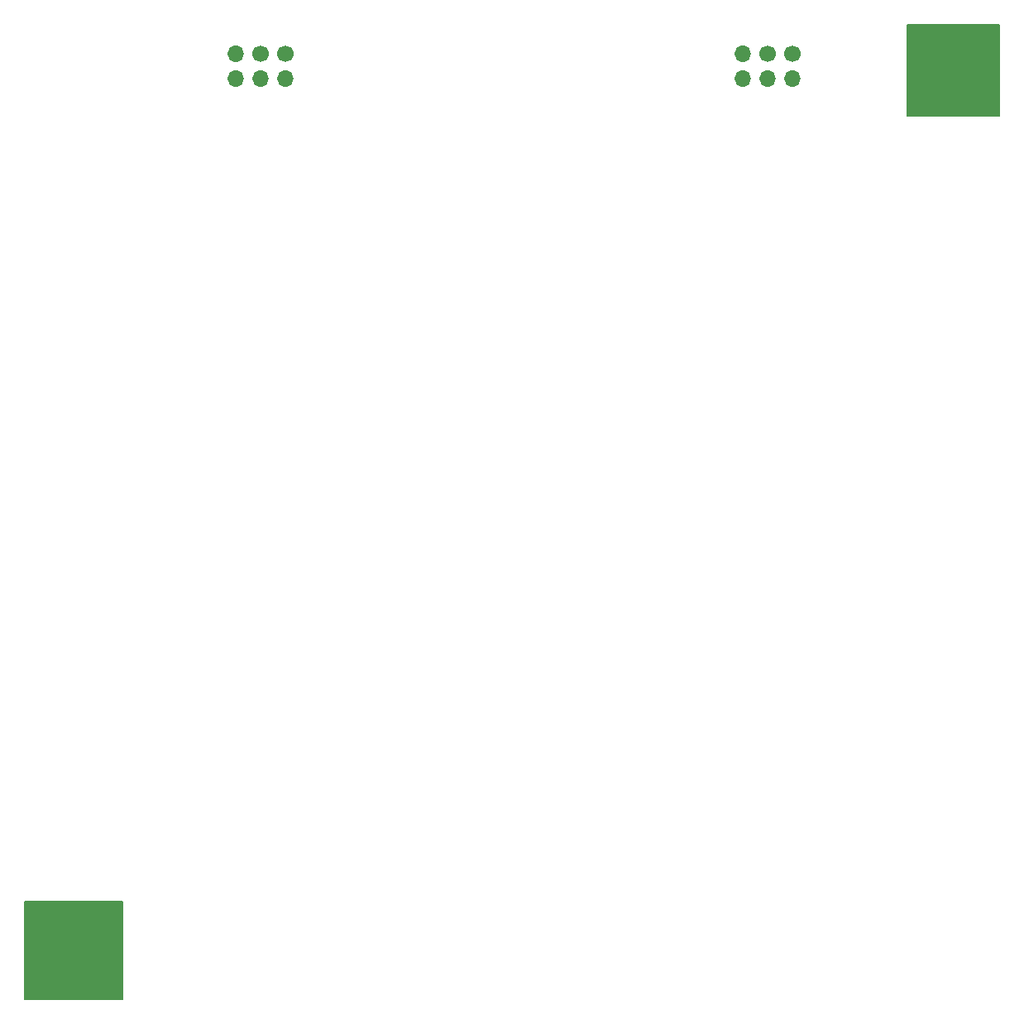
<source format=gbr>
%TF.GenerationSoftware,KiCad,Pcbnew,8.0.3*%
%TF.CreationDate,2024-06-20T00:16:02-06:00*%
%TF.ProjectId,dc32-front,64633332-2d66-4726-9f6e-742e6b696361,1.0*%
%TF.SameCoordinates,PX7bb10a0PY836a940*%
%TF.FileFunction,Soldermask,Bot*%
%TF.FilePolarity,Negative*%
%FSLAX46Y46*%
G04 Gerber Fmt 4.6, Leading zero omitted, Abs format (unit mm)*
G04 Created by KiCad (PCBNEW 8.0.3) date 2024-06-20 00:16:02*
%MOMM*%
%LPD*%
G01*
G04 APERTURE LIST*
%ADD10C,0.150000*%
%ADD11O,1.700000X1.700000*%
%ADD12C,1.700000*%
G04 APERTURE END LIST*
D10*
X0Y10000000D02*
X10000000Y10000000D01*
X10000000Y0D01*
X0Y0D01*
X0Y10000000D01*
G36*
X0Y10000000D02*
G01*
X10000000Y10000000D01*
X10000000Y0D01*
X0Y0D01*
X0Y10000000D01*
G37*
X90300000Y99700000D02*
X99700000Y99700000D01*
X99700000Y90400000D01*
X90300000Y90400000D01*
X90300000Y99700000D01*
G36*
X90300000Y99700000D02*
G01*
X99700000Y99700000D01*
X99700000Y90400000D01*
X90300000Y90400000D01*
X90300000Y99700000D01*
G37*
D11*
%TO.C,X1*%
X21520000Y96740000D03*
X21520000Y94200000D03*
D12*
X24060000Y96740000D03*
D11*
X24060000Y94200000D03*
D12*
X26600000Y96740000D03*
D11*
X26600000Y94200000D03*
%TD*%
%TO.C,X2*%
X73500000Y96740000D03*
X73500000Y94200000D03*
D12*
X76040000Y96740000D03*
D11*
X76040000Y94200000D03*
D12*
X78580000Y96740000D03*
D11*
X78580000Y94200000D03*
%TD*%
M02*

</source>
